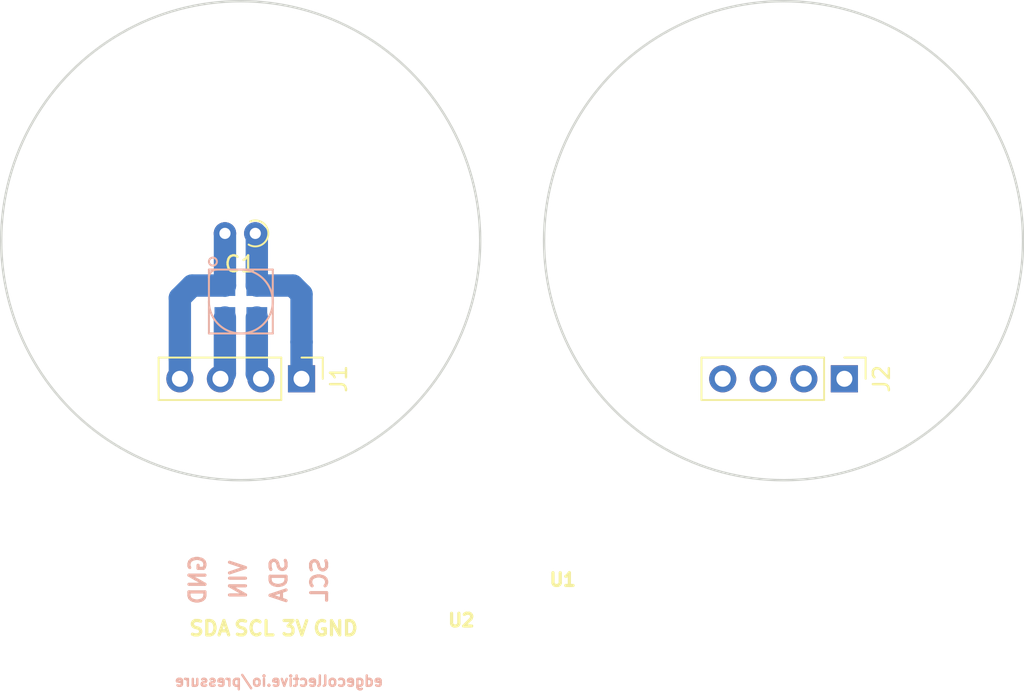
<source format=kicad_pcb>
(kicad_pcb (version 20171130) (host pcbnew 5.1.4-e60b266~84~ubuntu18.04.1)

  (general
    (thickness 1.6)
    (drawings 14)
    (tracks 17)
    (zones 0)
    (modules 4)
    (nets 5)
  )

  (page A4)
  (layers
    (0 Top signal)
    (31 Bottom signal)
    (32 B.Adhes user)
    (33 F.Adhes user)
    (34 B.Paste user)
    (35 F.Paste user)
    (36 B.SilkS user)
    (37 F.SilkS user)
    (38 B.Mask user)
    (39 F.Mask user)
    (40 Dwgs.User user)
    (41 Cmts.User user)
    (42 Eco1.User user)
    (43 Eco2.User user)
    (44 Edge.Cuts user)
    (45 Margin user)
    (46 B.CrtYd user)
    (47 F.CrtYd user)
    (48 B.Fab user)
    (49 F.Fab user hide)
  )

  (setup
    (last_trace_width 1.4)
    (user_trace_width 0.35)
    (user_trace_width 1.1)
    (user_trace_width 1.2)
    (user_trace_width 1.3)
    (user_trace_width 1.4)
    (trace_clearance 0.1524)
    (zone_clearance 0.508)
    (zone_45_only no)
    (trace_min 0.2)
    (via_size 0.8)
    (via_drill 0.4)
    (via_min_size 0.4)
    (via_min_drill 0.3)
    (uvia_size 0.3)
    (uvia_drill 0.1)
    (uvias_allowed no)
    (uvia_min_size 0.2)
    (uvia_min_drill 0.1)
    (edge_width 0.15)
    (segment_width 0.2)
    (pcb_text_width 0.3)
    (pcb_text_size 1.5 1.5)
    (mod_edge_width 0.15)
    (mod_text_size 1 1)
    (mod_text_width 0.15)
    (pad_size 1.524 1.524)
    (pad_drill 0.762)
    (pad_to_mask_clearance 0.051)
    (solder_mask_min_width 0.25)
    (aux_axis_origin 0 0)
    (visible_elements FFFDFF5F)
    (pcbplotparams
      (layerselection 0x010fc_ffffffff)
      (usegerberextensions false)
      (usegerberattributes false)
      (usegerberadvancedattributes false)
      (creategerberjobfile false)
      (excludeedgelayer true)
      (linewidth 0.100000)
      (plotframeref false)
      (viasonmask false)
      (mode 1)
      (useauxorigin false)
      (hpglpennumber 1)
      (hpglpenspeed 20)
      (hpglpendiameter 15.000000)
      (psnegative false)
      (psa4output false)
      (plotreference true)
      (plotvalue true)
      (plotinvisibletext false)
      (padsonsilk false)
      (subtractmaskfromsilk false)
      (outputformat 1)
      (mirror false)
      (drillshape 1)
      (scaleselection 1)
      (outputdirectory ""))
  )

  (net 0 "")
  (net 1 GND)
  (net 2 SDA)
  (net 3 SCL)
  (net 4 3V3)

  (net_class Default "This is the default net class."
    (clearance 0.1524)
    (trace_width 0.25)
    (via_dia 0.8)
    (via_drill 0.4)
    (uvia_dia 0.3)
    (uvia_drill 0.1)
    (add_net 3V3)
    (add_net GND)
    (add_net SCL)
    (add_net SDA)
  )

  (module Connector_PinHeader_2.54mm:PinHeader_1x04_P2.54mm_Vertical (layer Top) (tedit 5CEAD548) (tstamp 5CF7AC62)
    (at 95.4028 73.7756 270)
    (descr "Through hole straight pin header, 1x04, 2.54mm pitch, single row")
    (tags "Through hole pin header THT 1x04 2.54mm single row")
    (path /5CEAEDFC)
    (fp_text reference J1 (at 0 -2.33 90) (layer F.SilkS)
      (effects (font (size 1 1) (thickness 0.15)))
    )
    (fp_text value Conn_01x04_Male (at 0 9.95 90) (layer F.Fab)
      (effects (font (size 1 1) (thickness 0.15)))
    )
    (fp_line (start -0.635 -1.27) (end 1.27 -1.27) (layer F.Fab) (width 0.1))
    (fp_line (start 1.27 -1.27) (end 1.27 8.89) (layer F.Fab) (width 0.1))
    (fp_line (start 1.27 8.89) (end -1.27 8.89) (layer F.Fab) (width 0.1))
    (fp_line (start -1.27 8.89) (end -1.27 -0.635) (layer F.Fab) (width 0.1))
    (fp_line (start -1.27 -0.635) (end -0.635 -1.27) (layer F.Fab) (width 0.1))
    (fp_line (start -1.33 8.95) (end 1.33 8.95) (layer F.SilkS) (width 0.12))
    (fp_line (start -1.33 1.27) (end -1.33 8.95) (layer F.SilkS) (width 0.12))
    (fp_line (start 1.33 1.27) (end 1.33 8.95) (layer F.SilkS) (width 0.12))
    (fp_line (start -1.33 1.27) (end 1.33 1.27) (layer F.SilkS) (width 0.12))
    (fp_line (start -1.33 0) (end -1.33 -1.33) (layer F.SilkS) (width 0.12))
    (fp_line (start -1.33 -1.33) (end 0 -1.33) (layer F.SilkS) (width 0.12))
    (fp_line (start -1.8 -1.8) (end -1.8 9.4) (layer F.CrtYd) (width 0.05))
    (fp_line (start -1.8 9.4) (end 1.8 9.4) (layer F.CrtYd) (width 0.05))
    (fp_line (start 1.8 9.4) (end 1.8 -1.8) (layer F.CrtYd) (width 0.05))
    (fp_line (start 1.8 -1.8) (end -1.8 -1.8) (layer F.CrtYd) (width 0.05))
    (fp_text user %R (at 0 3.81 180) (layer F.Fab)
      (effects (font (size 1 1) (thickness 0.15)))
    )
    (pad 1 thru_hole rect (at 0 0 270) (size 1.7 1.7) (drill 1) (layers *.Cu *.Mask)
      (net 4 3V3))
    (pad 2 thru_hole oval (at 0 2.54 270) (size 1.7 1.7) (drill 1) (layers *.Cu *.Mask)
      (net 3 SCL))
    (pad 3 thru_hole oval (at 0 5.08 270) (size 1.7 1.7) (drill 1) (layers *.Cu *.Mask)
      (net 2 SDA))
    (pad 4 thru_hole oval (at 0 7.62 270) (size 1.7 1.7) (drill 1) (layers *.Cu *.Mask)
      (net 1 GND))
    (model ${KISYS3DMOD}/Connector_PinHeader_2.54mm.3dshapes/PinHeader_1x04_P2.54mm_Vertical.wrl
      (at (xyz 0 0 0))
      (scale (xyz 1 1 1))
      (rotate (xyz 0 0 0))
    )
  )

  (module BAR30-SENSOR:MS5837 (layer Bottom) (tedit 0) (tstamp 5D8D0E95)
    (at 91.6028 68.9356 270)
    (path /BABD3B23)
    (fp_text reference U2 (at -2 2.25 90) (layer B.SilkS) hide
      (effects (font (size 0.57912 0.57912) (thickness 0.048768)) (justify left bottom mirror))
    )
    (fp_text value MS583730BA (at -2 -3 90) (layer B.SilkS) hide
      (effects (font (size 0.57912 0.57912) (thickness 0.048768)) (justify left bottom mirror))
    )
    (fp_line (start -2 2) (end -1.5 2) (layer B.SilkS) (width 0.127))
    (fp_line (start -1.5 2) (end 0 2) (layer B.SilkS) (width 0.127))
    (fp_line (start 0 2) (end 2 2) (layer B.SilkS) (width 0.127))
    (fp_line (start 2 2) (end 2 -2) (layer B.SilkS) (width 0.127))
    (fp_line (start 2 -2) (end -2 -2) (layer B.SilkS) (width 0.127))
    (fp_line (start -2 -2) (end -2 0) (layer B.SilkS) (width 0.127))
    (fp_circle (center -2.5 1.75) (end -2.25 1.75) (layer B.SilkS) (width 0.127))
    (fp_line (start -2 0) (end -2 1.5) (layer B.SilkS) (width 0.127))
    (fp_line (start -2 1.5) (end -2 2) (layer B.SilkS) (width 0.127))
    (fp_arc (start 0 0) (end 0 2) (angle -270) (layer B.SilkS) (width 0.127))
    (fp_arc (start -1.5 1.5) (end -2 1.5) (angle -90) (layer B.SilkS) (width 0.127))
    (pad 2 smd rect (at -1 -1 270) (size 1.3 1.3) (layers Bottom B.Paste B.Mask)
      (net 4 3V3) (solder_mask_margin 0.0762))
    (pad 3 smd rect (at 1 -1 270) (size 1.3 1.3) (layers Bottom B.Paste B.Mask)
      (net 3 SCL) (solder_mask_margin 0.0762))
    (pad 4 smd rect (at 1 1 270) (size 1.3 1.3) (layers Bottom B.Paste B.Mask)
      (net 2 SDA) (solder_mask_margin 0.0762))
    (pad 1 smd rect (at -1 1 270) (size 1.3 1.3) (layers Bottom B.Paste B.Mask)
      (net 1 GND) (solder_mask_margin 0.0762))
  )

  (module Connector_PinHeader_2.54mm:PinHeader_1x04_P2.54mm_Vertical (layer Top) (tedit 59FED5CC) (tstamp 5D8D168F)
    (at 129.4028 73.7756 270)
    (descr "Through hole straight pin header, 1x04, 2.54mm pitch, single row")
    (tags "Through hole pin header THT 1x04 2.54mm single row")
    (path /5D8ED473)
    (fp_text reference J2 (at 0 -2.33 90) (layer F.SilkS)
      (effects (font (size 1 1) (thickness 0.15)))
    )
    (fp_text value Conn_01x04_Male (at 0 9.95 90) (layer F.Fab)
      (effects (font (size 1 1) (thickness 0.15)))
    )
    (fp_line (start -0.635 -1.27) (end 1.27 -1.27) (layer F.Fab) (width 0.1))
    (fp_line (start 1.27 -1.27) (end 1.27 8.89) (layer F.Fab) (width 0.1))
    (fp_line (start 1.27 8.89) (end -1.27 8.89) (layer F.Fab) (width 0.1))
    (fp_line (start -1.27 8.89) (end -1.27 -0.635) (layer F.Fab) (width 0.1))
    (fp_line (start -1.27 -0.635) (end -0.635 -1.27) (layer F.Fab) (width 0.1))
    (fp_line (start -1.33 8.95) (end 1.33 8.95) (layer F.SilkS) (width 0.12))
    (fp_line (start -1.33 1.27) (end -1.33 8.95) (layer F.SilkS) (width 0.12))
    (fp_line (start 1.33 1.27) (end 1.33 8.95) (layer F.SilkS) (width 0.12))
    (fp_line (start -1.33 1.27) (end 1.33 1.27) (layer F.SilkS) (width 0.12))
    (fp_line (start -1.33 0) (end -1.33 -1.33) (layer F.SilkS) (width 0.12))
    (fp_line (start -1.33 -1.33) (end 0 -1.33) (layer F.SilkS) (width 0.12))
    (fp_line (start -1.8 -1.8) (end -1.8 9.4) (layer F.CrtYd) (width 0.05))
    (fp_line (start -1.8 9.4) (end 1.8 9.4) (layer F.CrtYd) (width 0.05))
    (fp_line (start 1.8 9.4) (end 1.8 -1.8) (layer F.CrtYd) (width 0.05))
    (fp_line (start 1.8 -1.8) (end -1.8 -1.8) (layer F.CrtYd) (width 0.05))
    (fp_text user %R (at 0 3.81) (layer F.Fab)
      (effects (font (size 1 1) (thickness 0.15)))
    )
    (pad 1 thru_hole rect (at 0 0 270) (size 1.7 1.7) (drill 1) (layers *.Cu *.Mask))
    (pad 2 thru_hole oval (at 0 2.54 270) (size 1.7 1.7) (drill 1) (layers *.Cu *.Mask))
    (pad 3 thru_hole oval (at 0 5.08 270) (size 1.7 1.7) (drill 1) (layers *.Cu *.Mask))
    (pad 4 thru_hole oval (at 0 7.62 270) (size 1.7 1.7) (drill 1) (layers *.Cu *.Mask))
    (model ${KISYS3DMOD}/Connector_PinHeader_2.54mm.3dshapes/PinHeader_1x04_P2.54mm_Vertical.wrl
      (at (xyz 0 0 0))
      (scale (xyz 1 1 1))
      (rotate (xyz 0 0 0))
    )
  )

  (module Resistor_THT:R_Axial_DIN0204_L3.6mm_D1.6mm_P1.90mm_Vertical (layer Top) (tedit 5AE5139B) (tstamp 5D8D2A75)
    (at 92.5068 64.6684 180)
    (descr "Resistor, Axial_DIN0204 series, Axial, Vertical, pin pitch=1.9mm, 0.167W, length*diameter=3.6*1.6mm^2, http://cdn-reichelt.de/documents/datenblatt/B400/1_4W%23YAG.pdf")
    (tags "Resistor Axial_DIN0204 series Axial Vertical pin pitch 1.9mm 0.167W length 3.6mm diameter 1.6mm")
    (path /5D8D73E5)
    (fp_text reference C1 (at 0.95 -1.92) (layer F.SilkS)
      (effects (font (size 1 1) (thickness 0.15)))
    )
    (fp_text value 1uF (at 0.95 1.92) (layer F.Fab)
      (effects (font (size 1 1) (thickness 0.15)))
    )
    (fp_arc (start 0 0) (end 0.417133 -0.7) (angle -233.92106) (layer F.SilkS) (width 0.12))
    (fp_circle (center 0 0) (end 0.8 0) (layer F.Fab) (width 0.1))
    (fp_line (start 0 0) (end 1.9 0) (layer F.Fab) (width 0.1))
    (fp_line (start -1.05 -1.05) (end -1.05 1.05) (layer F.CrtYd) (width 0.05))
    (fp_line (start -1.05 1.05) (end 2.86 1.05) (layer F.CrtYd) (width 0.05))
    (fp_line (start 2.86 1.05) (end 2.86 -1.05) (layer F.CrtYd) (width 0.05))
    (fp_line (start 2.86 -1.05) (end -1.05 -1.05) (layer F.CrtYd) (width 0.05))
    (fp_text user %R (at 0.95 -1.92) (layer F.Fab)
      (effects (font (size 1 1) (thickness 0.15)))
    )
    (pad 1 thru_hole circle (at 0 0 180) (size 1.4 1.4) (drill 0.7) (layers *.Cu *.Mask)
      (net 4 3V3))
    (pad 2 thru_hole oval (at 1.9 0 180) (size 1.4 1.4) (drill 0.7) (layers *.Cu *.Mask)
      (net 1 GND))
    (model ${KISYS3DMOD}/Resistor_THT.3dshapes/R_Axial_DIN0204_L3.6mm_D1.6mm_P1.90mm_Vertical.wrl
      (at (xyz 0 0 0))
      (scale (xyz 1 1 1))
      (rotate (xyz 0 0 0))
    )
  )

  (gr_circle (center 125.5924 65.1256) (end 140.5924 65.1256) (layer Edge.Cuts) (width 0.15) (tstamp 5D8D16BE))
  (gr_line (start 91.5924 73.7756) (end 91.5924 80.1256) (layer Dwgs.User) (width 0.15))
  (gr_circle (center 91.5924 65.1256) (end 106.5924 65.1256) (layer Edge.Cuts) (width 0.15))
  (gr_text edgecollective.io/pressure (at 93.98 92.71) (layer B.SilkS) (tstamp 5CF7C01B)
    (effects (font (size 0.65 0.65) (thickness 0.15)) (justify mirror))
  )
  (gr_text GND (at 88.9 86.36 90) (layer B.SilkS) (tstamp 5D8CF96A)
    (effects (font (size 1 1) (thickness 0.2)) (justify mirror))
  )
  (gr_text SDA (at 89.662 89.408) (layer F.SilkS) (tstamp 5CF7BA23)
    (effects (font (size 0.9 0.9) (thickness 0.2)))
  )
  (gr_text GND (at 97.536 89.408) (layer F.SilkS) (tstamp 5CF7BAE0)
    (effects (font (size 0.9 0.9) (thickness 0.2)))
  )
  (gr_text 3V (at 94.996 89.408) (layer F.SilkS) (tstamp 5CF7BA9F)
    (effects (font (size 0.9 0.9) (thickness 0.2)))
  )
  (gr_text SCL (at 92.456 89.408) (layer F.SilkS) (tstamp 5CF7BA41)
    (effects (font (size 0.9 0.9) (thickness 0.2)))
  )
  (gr_text U2 (at 105.41 88.9) (layer F.SilkS) (tstamp 5CF7B58C)
    (effects (font (size 0.8 0.8) (thickness 0.2)))
  )
  (gr_text U1 (at 111.76 86.36) (layer F.SilkS) (tstamp 5CF7B512)
    (effects (font (size 0.8 0.8) (thickness 0.2)))
  )
  (gr_text SDA (at 93.98 86.36 90) (layer B.SilkS) (tstamp 5D8CF967)
    (effects (font (size 1 1) (thickness 0.2)) (justify mirror))
  )
  (gr_text SCL (at 96.52 86.36 90) (layer B.SilkS) (tstamp 5D8CF964)
    (effects (font (size 1 1) (thickness 0.2)) (justify mirror))
  )
  (gr_text VIN (at 91.44 86.36 90) (layer B.SilkS) (tstamp 5D8CF961)
    (effects (font (size 1 1) (thickness 0.2)) (justify mirror))
  )

  (segment (start 87.7828 68.7056) (end 87.7828 72.519119) (width 1.4) (layer Bottom) (net 1))
  (segment (start 88.5528 67.9356) (end 87.7828 68.7056) (width 1.4) (layer Bottom) (net 1))
  (segment (start 87.7828 72.519119) (end 87.7828 73.7212) (width 1.4) (layer Bottom) (net 1) (status 20))
  (segment (start 90.6028 67.9356) (end 88.5528 67.9356) (width 1.4) (layer Bottom) (net 1) (status 10))
  (segment (start 90.6068 67.9316) (end 90.6028 67.9356) (width 1.4) (layer Bottom) (net 1) (status 30))
  (segment (start 90.6068 64.6684) (end 90.6068 67.9316) (width 1.4) (layer Bottom) (net 1) (status 30))
  (segment (start 90.6028 69.9356) (end 90.6028 73.4412) (width 1.4) (layer Bottom) (net 2) (status 30))
  (segment (start 90.6028 73.4412) (end 90.3228 73.7212) (width 1.4) (layer Bottom) (net 2) (status 30))
  (segment (start 92.6028 73.4612) (end 92.8628 73.7212) (width 1.4) (layer Bottom) (net 3) (status 30))
  (segment (start 92.6028 69.9356) (end 92.6028 73.4612) (width 1.4) (layer Bottom) (net 3) (status 30))
  (segment (start 95.4028 71.4712) (end 95.4024 71.4708) (width 1.4) (layer Bottom) (net 4))
  (segment (start 95.4028 73.7212) (end 95.4028 71.4712) (width 1.4) (layer Bottom) (net 4) (status 10))
  (segment (start 95.4024 71.4708) (end 95.4024 68.4784) (width 1.4) (layer Bottom) (net 4))
  (segment (start 94.8596 67.9356) (end 92.6028 67.9356) (width 1.4) (layer Bottom) (net 4) (status 20))
  (segment (start 95.4024 68.4784) (end 94.8596 67.9356) (width 1.4) (layer Bottom) (net 4))
  (segment (start 92.6028 64.7644) (end 92.5068 64.6684) (width 1.4) (layer Bottom) (net 4) (status 30))
  (segment (start 92.6028 67.9356) (end 92.6028 64.7644) (width 1.4) (layer Bottom) (net 4) (status 30))

)

</source>
